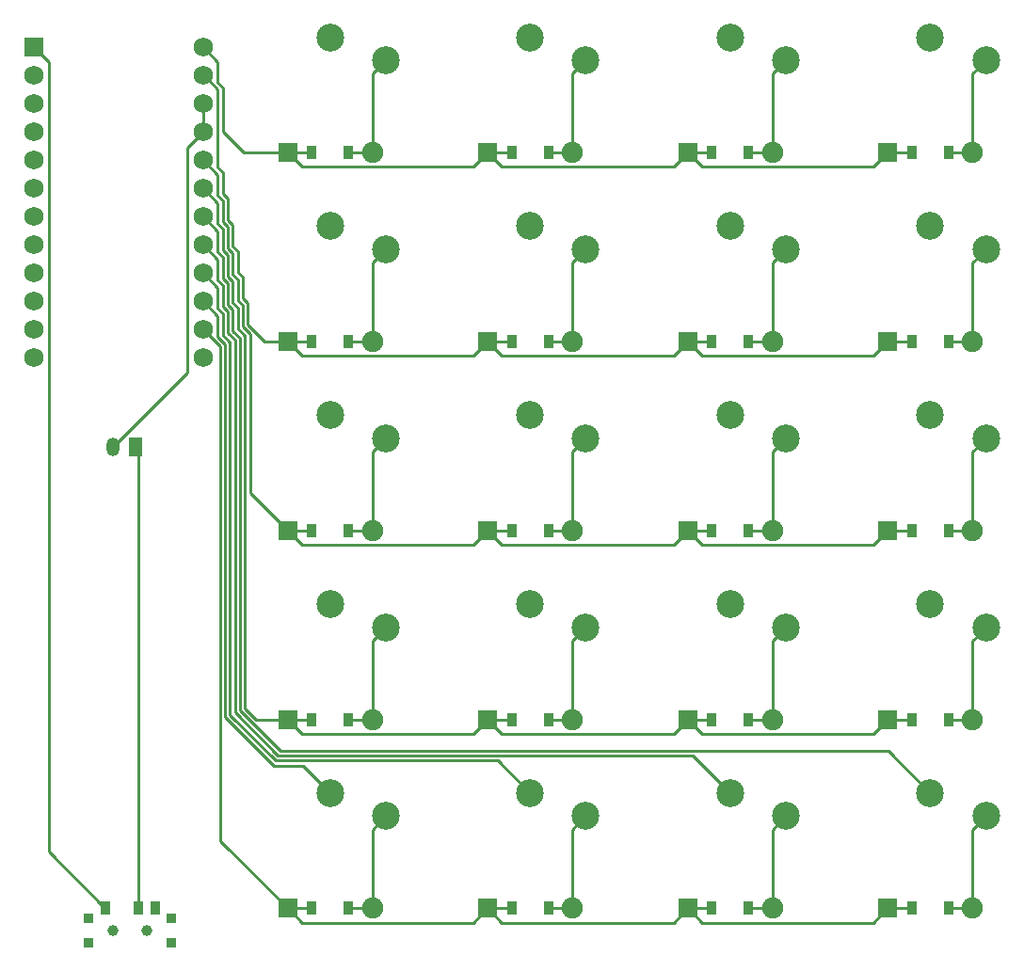
<source format=gbr>
%TF.GenerationSoftware,KiCad,Pcbnew,(6.0.4)*%
%TF.CreationDate,2022-07-18T01:28:08-04:00*%
%TF.ProjectId,lisa,6c697361-2e6b-4696-9361-645f70636258,v1.0.0*%
%TF.SameCoordinates,Original*%
%TF.FileFunction,Copper,L1,Top*%
%TF.FilePolarity,Positive*%
%FSLAX46Y46*%
G04 Gerber Fmt 4.6, Leading zero omitted, Abs format (unit mm)*
G04 Created by KiCad (PCBNEW (6.0.4)) date 2022-07-18 01:28:08*
%MOMM*%
%LPD*%
G01*
G04 APERTURE LIST*
%TA.AperFunction,ComponentPad*%
%ADD10C,2.500000*%
%TD*%
%TA.AperFunction,SMDPad,CuDef*%
%ADD11R,0.900000X1.200000*%
%TD*%
%TA.AperFunction,ComponentPad*%
%ADD12C,1.905000*%
%TD*%
%TA.AperFunction,ComponentPad*%
%ADD13R,1.778000X1.778000*%
%TD*%
%TA.AperFunction,ComponentPad*%
%ADD14R,1.752600X1.752600*%
%TD*%
%TA.AperFunction,ComponentPad*%
%ADD15C,1.752600*%
%TD*%
%TA.AperFunction,WasherPad*%
%ADD16C,1.000000*%
%TD*%
%TA.AperFunction,SMDPad,CuDef*%
%ADD17R,0.900000X1.250000*%
%TD*%
%TA.AperFunction,SMDPad,CuDef*%
%ADD18R,0.900000X0.900000*%
%TD*%
%TA.AperFunction,ComponentPad*%
%ADD19R,1.200000X1.700000*%
%TD*%
%TA.AperFunction,ComponentPad*%
%ADD20O,1.200000X1.700000*%
%TD*%
%TA.AperFunction,Conductor*%
%ADD21C,0.250000*%
%TD*%
G04 APERTURE END LIST*
D10*
%TO.P,S1,1*%
%TO.N,one_first*%
X5000000Y3800000D03*
%TO.P,S1,2*%
%TO.N,E6*%
X0Y5900000D03*
%TD*%
D11*
%TO.P,D1,1*%
%TO.N,B4*%
X-1650000Y-4500000D03*
%TO.P,D1,2*%
%TO.N,one_first*%
X1650000Y-4500000D03*
D12*
%TO.P,D1,1*%
X3810000Y-4500000D03*
D13*
%TO.P,D1,2*%
%TO.N,B4*%
X-3810000Y-4500000D03*
%TD*%
D10*
%TO.P,S2,1*%
%TO.N,one_second*%
X5000000Y20800000D03*
%TO.P,S2,2*%
%TO.N,E6*%
X0Y22900000D03*
%TD*%
D11*
%TO.P,D2,1*%
%TO.N,D0*%
X-1650000Y12500000D03*
%TO.P,D2,2*%
%TO.N,one_second*%
X1650000Y12500000D03*
D12*
%TO.P,D2,1*%
X3810000Y12500000D03*
D13*
%TO.P,D2,2*%
%TO.N,D0*%
X-3810000Y12500000D03*
%TD*%
D10*
%TO.P,S3,1*%
%TO.N,one_third*%
X5000000Y37800000D03*
%TO.P,S3,2*%
%TO.N,E6*%
X0Y39900000D03*
%TD*%
D11*
%TO.P,D3,1*%
%TO.N,D1*%
X-1650000Y29500000D03*
%TO.P,D3,2*%
%TO.N,one_third*%
X1650000Y29500000D03*
D12*
%TO.P,D3,1*%
X3810000Y29500000D03*
D13*
%TO.P,D3,2*%
%TO.N,D1*%
X-3810000Y29500000D03*
%TD*%
D10*
%TO.P,S4,1*%
%TO.N,one_fourth*%
X5000000Y54800000D03*
%TO.P,S4,2*%
%TO.N,E6*%
X0Y56900000D03*
%TD*%
D11*
%TO.P,D4,1*%
%TO.N,D2*%
X-1650000Y46500000D03*
%TO.P,D4,2*%
%TO.N,one_fourth*%
X1650000Y46500000D03*
D12*
%TO.P,D4,1*%
X3810000Y46500000D03*
D13*
%TO.P,D4,2*%
%TO.N,D2*%
X-3810000Y46500000D03*
%TD*%
D10*
%TO.P,S5,1*%
%TO.N,one_fifth*%
X5000000Y71800000D03*
%TO.P,S5,2*%
%TO.N,E6*%
X0Y73900000D03*
%TD*%
D11*
%TO.P,D5,1*%
%TO.N,D3*%
X-1650000Y63500000D03*
%TO.P,D5,2*%
%TO.N,one_fifth*%
X1650000Y63500000D03*
D12*
%TO.P,D5,1*%
X3810000Y63500000D03*
D13*
%TO.P,D5,2*%
%TO.N,D3*%
X-3810000Y63500000D03*
%TD*%
D10*
%TO.P,S6,1*%
%TO.N,two_first*%
X23000000Y3800000D03*
%TO.P,S6,2*%
%TO.N,D7*%
X18000000Y5900000D03*
%TD*%
D11*
%TO.P,D6,1*%
%TO.N,B4*%
X16350000Y-4500000D03*
%TO.P,D6,2*%
%TO.N,two_first*%
X19650000Y-4500000D03*
D12*
%TO.P,D6,1*%
X21810000Y-4500000D03*
D13*
%TO.P,D6,2*%
%TO.N,B4*%
X14190000Y-4500000D03*
%TD*%
D10*
%TO.P,S7,1*%
%TO.N,two_second*%
X23000000Y20800000D03*
%TO.P,S7,2*%
%TO.N,D7*%
X18000000Y22900000D03*
%TD*%
D11*
%TO.P,D7,1*%
%TO.N,D0*%
X16350000Y12500000D03*
%TO.P,D7,2*%
%TO.N,two_second*%
X19650000Y12500000D03*
D12*
%TO.P,D7,1*%
X21810000Y12500000D03*
D13*
%TO.P,D7,2*%
%TO.N,D0*%
X14190000Y12500000D03*
%TD*%
D10*
%TO.P,S8,1*%
%TO.N,two_third*%
X23000000Y37800000D03*
%TO.P,S8,2*%
%TO.N,D7*%
X18000000Y39900000D03*
%TD*%
D11*
%TO.P,D8,1*%
%TO.N,D1*%
X16350000Y29500000D03*
%TO.P,D8,2*%
%TO.N,two_third*%
X19650000Y29500000D03*
D12*
%TO.P,D8,1*%
X21810000Y29500000D03*
D13*
%TO.P,D8,2*%
%TO.N,D1*%
X14190000Y29500000D03*
%TD*%
D10*
%TO.P,S9,1*%
%TO.N,two_fourth*%
X23000000Y54800000D03*
%TO.P,S9,2*%
%TO.N,D7*%
X18000000Y56900000D03*
%TD*%
D11*
%TO.P,D9,1*%
%TO.N,D2*%
X16350000Y46500000D03*
%TO.P,D9,2*%
%TO.N,two_fourth*%
X19650000Y46500000D03*
D12*
%TO.P,D9,1*%
X21810000Y46500000D03*
D13*
%TO.P,D9,2*%
%TO.N,D2*%
X14190000Y46500000D03*
%TD*%
D10*
%TO.P,S10,1*%
%TO.N,two_fifth*%
X23000000Y71800000D03*
%TO.P,S10,2*%
%TO.N,D7*%
X18000000Y73900000D03*
%TD*%
D11*
%TO.P,D10,1*%
%TO.N,D3*%
X16350000Y63500000D03*
%TO.P,D10,2*%
%TO.N,two_fifth*%
X19650000Y63500000D03*
D12*
%TO.P,D10,1*%
X21810000Y63500000D03*
D13*
%TO.P,D10,2*%
%TO.N,D3*%
X14190000Y63500000D03*
%TD*%
D10*
%TO.P,S11,1*%
%TO.N,three_first*%
X41000000Y3800000D03*
%TO.P,S11,2*%
%TO.N,C6*%
X36000000Y5900000D03*
%TD*%
D11*
%TO.P,D11,1*%
%TO.N,B4*%
X34350000Y-4500000D03*
%TO.P,D11,2*%
%TO.N,three_first*%
X37650000Y-4500000D03*
D12*
%TO.P,D11,1*%
X39810000Y-4500000D03*
D13*
%TO.P,D11,2*%
%TO.N,B4*%
X32190000Y-4500000D03*
%TD*%
D10*
%TO.P,S12,1*%
%TO.N,three_second*%
X41000000Y20800000D03*
%TO.P,S12,2*%
%TO.N,C6*%
X36000000Y22900000D03*
%TD*%
D11*
%TO.P,D12,1*%
%TO.N,D0*%
X34350000Y12500000D03*
%TO.P,D12,2*%
%TO.N,three_second*%
X37650000Y12500000D03*
D12*
%TO.P,D12,1*%
X39810000Y12500000D03*
D13*
%TO.P,D12,2*%
%TO.N,D0*%
X32190000Y12500000D03*
%TD*%
D10*
%TO.P,S13,1*%
%TO.N,three_third*%
X41000000Y37800000D03*
%TO.P,S13,2*%
%TO.N,C6*%
X36000000Y39900000D03*
%TD*%
D11*
%TO.P,D13,1*%
%TO.N,D1*%
X34350000Y29500000D03*
%TO.P,D13,2*%
%TO.N,three_third*%
X37650000Y29500000D03*
D12*
%TO.P,D13,1*%
X39810000Y29500000D03*
D13*
%TO.P,D13,2*%
%TO.N,D1*%
X32190000Y29500000D03*
%TD*%
D10*
%TO.P,S14,1*%
%TO.N,three_fourth*%
X41000000Y54800000D03*
%TO.P,S14,2*%
%TO.N,C6*%
X36000000Y56900000D03*
%TD*%
D11*
%TO.P,D14,1*%
%TO.N,D2*%
X34350000Y46500000D03*
%TO.P,D14,2*%
%TO.N,three_fourth*%
X37650000Y46500000D03*
D12*
%TO.P,D14,1*%
X39810000Y46500000D03*
D13*
%TO.P,D14,2*%
%TO.N,D2*%
X32190000Y46500000D03*
%TD*%
D10*
%TO.P,S15,1*%
%TO.N,three_fifth*%
X41000000Y71800000D03*
%TO.P,S15,2*%
%TO.N,C6*%
X36000000Y73900000D03*
%TD*%
D11*
%TO.P,D15,1*%
%TO.N,D3*%
X34350000Y63500000D03*
%TO.P,D15,2*%
%TO.N,three_fifth*%
X37650000Y63500000D03*
D12*
%TO.P,D15,1*%
X39810000Y63500000D03*
D13*
%TO.P,D15,2*%
%TO.N,D3*%
X32190000Y63500000D03*
%TD*%
D10*
%TO.P,S16,1*%
%TO.N,four_first*%
X59000000Y3800000D03*
%TO.P,S16,2*%
%TO.N,D4*%
X54000000Y5900000D03*
%TD*%
D11*
%TO.P,D16,1*%
%TO.N,B4*%
X52350000Y-4500000D03*
%TO.P,D16,2*%
%TO.N,four_first*%
X55650000Y-4500000D03*
D12*
%TO.P,D16,1*%
X57810000Y-4500000D03*
D13*
%TO.P,D16,2*%
%TO.N,B4*%
X50190000Y-4500000D03*
%TD*%
D10*
%TO.P,S17,1*%
%TO.N,four_second*%
X59000000Y20800000D03*
%TO.P,S17,2*%
%TO.N,D4*%
X54000000Y22900000D03*
%TD*%
D11*
%TO.P,D17,1*%
%TO.N,D0*%
X52350000Y12500000D03*
%TO.P,D17,2*%
%TO.N,four_second*%
X55650000Y12500000D03*
D12*
%TO.P,D17,1*%
X57810000Y12500000D03*
D13*
%TO.P,D17,2*%
%TO.N,D0*%
X50190000Y12500000D03*
%TD*%
D10*
%TO.P,S18,1*%
%TO.N,four_third*%
X59000000Y37800000D03*
%TO.P,S18,2*%
%TO.N,D4*%
X54000000Y39900000D03*
%TD*%
D11*
%TO.P,D18,1*%
%TO.N,D1*%
X52350000Y29500000D03*
%TO.P,D18,2*%
%TO.N,four_third*%
X55650000Y29500000D03*
D12*
%TO.P,D18,1*%
X57810000Y29500000D03*
D13*
%TO.P,D18,2*%
%TO.N,D1*%
X50190000Y29500000D03*
%TD*%
D10*
%TO.P,S19,1*%
%TO.N,four_fourth*%
X59000000Y54800000D03*
%TO.P,S19,2*%
%TO.N,D4*%
X54000000Y56900000D03*
%TD*%
D11*
%TO.P,D19,1*%
%TO.N,D2*%
X52350000Y46500000D03*
%TO.P,D19,2*%
%TO.N,four_fourth*%
X55650000Y46500000D03*
D12*
%TO.P,D19,1*%
X57810000Y46500000D03*
D13*
%TO.P,D19,2*%
%TO.N,D2*%
X50190000Y46500000D03*
%TD*%
D10*
%TO.P,S20,1*%
%TO.N,four_fifth*%
X59000000Y71800000D03*
%TO.P,S20,2*%
%TO.N,D4*%
X54000000Y73900000D03*
%TD*%
D11*
%TO.P,D20,1*%
%TO.N,D3*%
X52350000Y63500000D03*
%TO.P,D20,2*%
%TO.N,four_fifth*%
X55650000Y63500000D03*
D12*
%TO.P,D20,1*%
X57810000Y63500000D03*
D13*
%TO.P,D20,2*%
%TO.N,D3*%
X50190000Y63500000D03*
%TD*%
D14*
%TO.P,MCU1,1*%
%TO.N,RAW*%
X-26620000Y72970000D03*
D15*
%TO.P,MCU1,2*%
%TO.N,GND*%
X-26620000Y70430000D03*
%TO.P,MCU1,3*%
%TO.N,RST*%
X-26620000Y67890000D03*
%TO.P,MCU1,4*%
%TO.N,VCC*%
X-26620000Y65350000D03*
%TO.P,MCU1,5*%
%TO.N,F4*%
X-26620000Y62810000D03*
%TO.P,MCU1,6*%
%TO.N,F5*%
X-26620000Y60270000D03*
%TO.P,MCU1,7*%
%TO.N,F6*%
X-26620000Y57730000D03*
%TO.P,MCU1,8*%
%TO.N,F7*%
X-26620000Y55190000D03*
%TO.P,MCU1,9*%
%TO.N,B1*%
X-26620000Y52650000D03*
%TO.P,MCU1,10*%
%TO.N,B3*%
X-26620000Y50110000D03*
%TO.P,MCU1,11*%
%TO.N,B2*%
X-26620000Y47570000D03*
%TO.P,MCU1,12*%
%TO.N,B6*%
X-26620000Y45030000D03*
%TO.P,MCU1,13*%
%TO.N,D3*%
X-11380000Y72970000D03*
%TO.P,MCU1,14*%
%TO.N,D2*%
X-11380000Y70430000D03*
%TO.P,MCU1,15*%
%TO.N,GND*%
X-11380000Y67890000D03*
%TO.P,MCU1,16*%
X-11380000Y65350000D03*
%TO.P,MCU1,17*%
%TO.N,D1*%
X-11380000Y62810000D03*
%TO.P,MCU1,18*%
%TO.N,D0*%
X-11380000Y60270000D03*
%TO.P,MCU1,19*%
%TO.N,D4*%
X-11380000Y57730000D03*
%TO.P,MCU1,20*%
%TO.N,C6*%
X-11380000Y55190000D03*
%TO.P,MCU1,21*%
%TO.N,D7*%
X-11380000Y52650000D03*
%TO.P,MCU1,22*%
%TO.N,E6*%
X-11380000Y50110000D03*
%TO.P,MCU1,23*%
%TO.N,B4*%
X-11380000Y47570000D03*
%TO.P,MCU1,24*%
%TO.N,B5*%
X-11380000Y45030000D03*
%TD*%
D16*
%TO.P,T1,*%
%TO.N,*%
X-19500000Y-6500000D03*
X-16500000Y-6500000D03*
D17*
%TO.P,T1,1*%
%TO.N,RAW*%
X-20250000Y-4425000D03*
%TO.P,T1,2*%
%TO.N,BAT*%
X-17250000Y-4425000D03*
%TO.P,T1,3*%
%TO.N,N/C*%
X-15750000Y-4425000D03*
D18*
%TO.P,T1,*%
%TO.N,*%
X-21700000Y-7600000D03*
X-21700000Y-5400000D03*
X-14300000Y-5400000D03*
X-14300000Y-7600000D03*
%TD*%
D19*
%TO.P,JST1,1*%
%TO.N,BAT*%
X-17500000Y37000000D03*
D20*
%TO.P,JST1,2*%
%TO.N,GND*%
X-19500000Y37000000D03*
%TD*%
D21*
%TO.N,GND*%
X-11380000Y65350000D02*
X-11380000Y67890000D01*
%TO.N,three_first*%
X39810000Y-4500000D02*
X37650000Y-4500000D01*
%TO.N,RAW*%
X-25300000Y71650000D02*
X-26620000Y72970000D01*
X-20275000Y-4425000D02*
X-25300000Y600000D01*
X-25300000Y600000D02*
X-25300000Y71650000D01*
X-20250000Y-4425000D02*
X-20275000Y-4425000D01*
%TO.N,GND*%
X-12800000Y63930000D02*
X-11380000Y65350000D01*
X-12800000Y43700000D02*
X-12800000Y63930000D01*
X-19500000Y37000000D02*
X-12800000Y43700000D01*
%TO.N,BAT*%
X-17250000Y36750000D02*
X-17500000Y37000000D01*
X-17250000Y-4425000D02*
X-17250000Y36750000D01*
%TO.N,one_second*%
X3810000Y19610000D02*
X3810000Y12500000D01*
X5000000Y20800000D02*
X3810000Y19610000D01*
%TO.N,one_first*%
X3810000Y2610000D02*
X3810000Y-4500000D01*
X5000000Y3800000D02*
X3810000Y2610000D01*
%TO.N,two_first*%
X21810000Y2610000D02*
X21810000Y-4500000D01*
X23000000Y3800000D02*
X21810000Y2610000D01*
%TO.N,two_second*%
X21810000Y19610000D02*
X21810000Y12500000D01*
X23000000Y20800000D02*
X21810000Y19610000D01*
%TO.N,three_second*%
X39810000Y19610000D02*
X39810000Y12500000D01*
X41000000Y20800000D02*
X39810000Y19610000D01*
%TO.N,three_first*%
X39810000Y2610000D02*
X39810000Y-4500000D01*
X41000000Y3800000D02*
X39810000Y2610000D01*
%TO.N,four_first*%
X59000000Y3800000D02*
X57810000Y2610000D01*
X57810000Y2610000D02*
X57810000Y-4500000D01*
%TO.N,four_second*%
X57810000Y19610000D02*
X57810000Y12500000D01*
X59000000Y20800000D02*
X57810000Y19610000D01*
%TO.N,four_third*%
X57810000Y36610000D02*
X57810000Y29500000D01*
X59000000Y37800000D02*
X57810000Y36610000D01*
%TO.N,three_third*%
X39810000Y36610000D02*
X39810000Y29500000D01*
X41000000Y37800000D02*
X39810000Y36610000D01*
%TO.N,two_third*%
X21810000Y36610000D02*
X21810000Y29500000D01*
X23000000Y37800000D02*
X21810000Y36610000D01*
%TO.N,one_third*%
X3810000Y36610000D02*
X3810000Y29500000D01*
X5000000Y37800000D02*
X3810000Y36610000D01*
%TO.N,one_fourth*%
X3810000Y53610000D02*
X3810000Y46500000D01*
X5000000Y54800000D02*
X3810000Y53610000D01*
%TO.N,two_fourth*%
X21810000Y53610000D02*
X21810000Y46500000D01*
X23000000Y54800000D02*
X21810000Y53610000D01*
%TO.N,three_fourth*%
X39810000Y53610000D02*
X39810000Y46500000D01*
X41000000Y54800000D02*
X39810000Y53610000D01*
%TO.N,four_fourth*%
X57810000Y53610000D02*
X57810000Y46500000D01*
X59000000Y54800000D02*
X57810000Y53610000D01*
%TO.N,four_fifth*%
X59000000Y71800000D02*
X57810000Y70610000D01*
X57810000Y70610000D02*
X57810000Y63500000D01*
%TO.N,three_fifth*%
X39810000Y70610000D02*
X39810000Y63500000D01*
X41000000Y71800000D02*
X39810000Y70610000D01*
%TO.N,two_fifth*%
X21810000Y70610000D02*
X21810000Y63500000D01*
X23000000Y71800000D02*
X21810000Y70610000D01*
%TO.N,one_fifth*%
X3810000Y70610000D02*
X3810000Y63500000D01*
X5000000Y71800000D02*
X3810000Y70610000D01*
%TO.N,D3*%
X48912989Y62222989D02*
X50190000Y63500000D01*
X33467011Y62222989D02*
X48912989Y62222989D01*
X32190000Y63500000D02*
X33467011Y62222989D01*
X30912989Y62222989D02*
X32190000Y63500000D01*
X15467011Y62222989D02*
X30912989Y62222989D01*
X14190000Y63500000D02*
X15467011Y62222989D01*
X12912989Y62222989D02*
X14190000Y63500000D01*
X-3810000Y63500000D02*
X-2532989Y62222989D01*
X-2532989Y62222989D02*
X12912989Y62222989D01*
%TO.N,D2*%
X48912989Y45222989D02*
X50190000Y46500000D01*
X33467011Y45222989D02*
X48912989Y45222989D01*
X32190000Y46500000D02*
X33467011Y45222989D01*
X15467011Y45222989D02*
X30912989Y45222989D01*
X30912989Y45222989D02*
X32190000Y46500000D01*
X14190000Y46500000D02*
X15467011Y45222989D01*
X12912989Y45222989D02*
X14190000Y46500000D01*
X-2532989Y45222989D02*
X12912989Y45222989D01*
X-3810000Y46500000D02*
X-2532989Y45222989D01*
%TO.N,D1*%
X48912989Y28222989D02*
X50190000Y29500000D01*
X33467011Y28222989D02*
X48912989Y28222989D01*
X32190000Y29500000D02*
X33467011Y28222989D01*
X15467011Y28222989D02*
X30912989Y28222989D01*
X30912989Y28222989D02*
X32190000Y29500000D01*
X14190000Y29500000D02*
X15467011Y28222989D01*
X-2532989Y28222989D02*
X12912989Y28222989D01*
X12912989Y28222989D02*
X14190000Y29500000D01*
X-3810000Y29500000D02*
X-2532989Y28222989D01*
%TO.N,D0*%
X33467011Y11222989D02*
X48912989Y11222989D01*
X48912989Y11222989D02*
X50190000Y12500000D01*
X32190000Y12500000D02*
X33467011Y11222989D01*
X30912989Y11222989D02*
X32190000Y12500000D01*
X15467011Y11222989D02*
X30912989Y11222989D01*
X14190000Y12500000D02*
X15467011Y11222989D01*
X12912989Y11222989D02*
X14190000Y12500000D01*
X-2532989Y11222989D02*
X12912989Y11222989D01*
X-3810000Y12500000D02*
X-2532989Y11222989D01*
%TO.N,B4*%
X48912989Y-5777011D02*
X50190000Y-4500000D01*
X33467011Y-5777011D02*
X48912989Y-5777011D01*
X32190000Y-4500000D02*
X33467011Y-5777011D01*
X30912989Y-5777011D02*
X32190000Y-4500000D01*
X15467011Y-5777011D02*
X30912989Y-5777011D01*
X14190000Y-4500000D02*
X15467011Y-5777011D01*
X12912989Y-5777011D02*
X14190000Y-4500000D01*
X-2532989Y-5777011D02*
X12912989Y-5777011D01*
X-3810000Y-4500000D02*
X-2532989Y-5777011D01*
%TO.N,four_first*%
X55650000Y-4500000D02*
X57810000Y-4500000D01*
%TO.N,B4*%
X50190000Y-4500000D02*
X52350000Y-4500000D01*
X32190000Y-4500000D02*
X34350000Y-4500000D01*
%TO.N,two_first*%
X19650000Y-4500000D02*
X21810000Y-4500000D01*
%TO.N,B4*%
X14190000Y-4500000D02*
X16350000Y-4500000D01*
%TO.N,one_first*%
X1650000Y-4500000D02*
X3810000Y-4500000D01*
%TO.N,B4*%
X-3810000Y-4500000D02*
X-1650000Y-4500000D01*
%TO.N,four_second*%
X55650000Y12500000D02*
X57810000Y12500000D01*
%TO.N,D0*%
X50190000Y12500000D02*
X52350000Y12500000D01*
%TO.N,three_second*%
X37650000Y12500000D02*
X39810000Y12500000D01*
%TO.N,D0*%
X32190000Y12500000D02*
X34350000Y12500000D01*
%TO.N,two_second*%
X19650000Y12500000D02*
X21810000Y12500000D01*
%TO.N,D0*%
X14190000Y12500000D02*
X16350000Y12500000D01*
%TO.N,one_second*%
X1650000Y12500000D02*
X3810000Y12500000D01*
%TO.N,D0*%
X-3810000Y12500000D02*
X-1650000Y12500000D01*
%TO.N,D1*%
X-1650000Y29500000D02*
X-3810000Y29500000D01*
%TO.N,one_third*%
X3810000Y29500000D02*
X1650000Y29500000D01*
%TO.N,D1*%
X16350000Y29500000D02*
X14190000Y29500000D01*
%TO.N,two_third*%
X21800000Y29500000D02*
X19650000Y29500000D01*
X21810000Y29510000D02*
X21800000Y29500000D01*
X21810000Y29500000D02*
X21810000Y29510000D01*
%TO.N,D1*%
X34350000Y29500000D02*
X32190000Y29500000D01*
%TO.N,three_third*%
X39810000Y29500000D02*
X37650000Y29500000D01*
%TO.N,D1*%
X52350000Y29500000D02*
X50190000Y29500000D01*
%TO.N,four_third*%
X57810000Y29500000D02*
X55650000Y29500000D01*
%TO.N,four_fourth*%
X55650000Y46500000D02*
X57810000Y46500000D01*
%TO.N,D2*%
X50190000Y46500000D02*
X52350000Y46500000D01*
%TO.N,three_fourth*%
X37650000Y46500000D02*
X39810000Y46500000D01*
%TO.N,D2*%
X32190000Y46500000D02*
X34350000Y46500000D01*
%TO.N,two_fourth*%
X19650000Y46500000D02*
X21810000Y46500000D01*
%TO.N,D2*%
X14190000Y46500000D02*
X16350000Y46500000D01*
%TO.N,one_fourth*%
X1650000Y46500000D02*
X3810000Y46500000D01*
%TO.N,D2*%
X-3810000Y46500000D02*
X-1650000Y46500000D01*
%TO.N,four_fifth*%
X55650000Y63500000D02*
X57810000Y63500000D01*
%TO.N,D3*%
X50190000Y63500000D02*
X52350000Y63500000D01*
%TO.N,three_fifth*%
X37650000Y63500000D02*
X39810000Y63500000D01*
%TO.N,D3*%
X32190000Y63500000D02*
X34350000Y63500000D01*
%TO.N,two_fifth*%
X19650000Y63500000D02*
X21810000Y63500000D01*
%TO.N,D3*%
X14190000Y63500000D02*
X16350000Y63500000D01*
%TO.N,one_fifth*%
X1650000Y63500000D02*
X3810000Y63500000D01*
%TO.N,D3*%
X-3810000Y63500000D02*
X-1650000Y63500000D01*
%TO.N,B4*%
X-9899040Y1589040D02*
X-9899040Y46089040D01*
X-3810000Y-4500000D02*
X-9899040Y1589040D01*
X-9899040Y46089040D02*
X-11380000Y47570000D01*
%TO.N,E6*%
X-10100000Y48830000D02*
X-11380000Y50110000D01*
X-9449520Y46275238D02*
X-10100000Y46925718D01*
X-10100000Y46925718D02*
X-10100000Y48830000D01*
X-9449520Y12742367D02*
X-9449520Y46275238D01*
X-5058593Y8351440D02*
X-9449520Y12742367D01*
X-2451440Y8351440D02*
X-5058593Y8351440D01*
X0Y5900000D02*
X-2451440Y8351440D01*
%TO.N,D0*%
X-10100000Y58990000D02*
X-11380000Y60270000D01*
X-10100000Y57085718D02*
X-10100000Y58990000D01*
X-9650480Y56636198D02*
X-10100000Y57085718D01*
X-9650480Y54731916D02*
X-9650480Y56636198D01*
X-9200960Y54282396D02*
X-9650480Y54731916D01*
X-9200960Y52378114D02*
X-9200960Y54282396D01*
X-8301920Y49574792D02*
X-8751440Y50024312D01*
X-8301920Y47670510D02*
X-8301920Y49574792D01*
X-8751440Y50024312D02*
X-8751440Y51928594D01*
X-7651440Y47020030D02*
X-8301920Y47670510D01*
X-7651440Y13487158D02*
X-7651440Y47020030D01*
X-8751440Y51928594D02*
X-9200960Y52378114D01*
X-3810000Y12500000D02*
X-6664282Y12500000D01*
X-6664282Y12500000D02*
X-7651440Y13487158D01*
%TO.N,D3*%
X-9650480Y69386198D02*
X-10100000Y69835718D01*
X-10100000Y69835718D02*
X-10100000Y71690000D01*
X-9650480Y65350480D02*
X-9650480Y69386198D01*
X-7800000Y63500000D02*
X-9650480Y65350480D01*
X-10100000Y71690000D02*
X-11380000Y72970000D01*
X-3810000Y63500000D02*
X-7800000Y63500000D01*
%TO.N,D2*%
X-11330000Y70430000D02*
X-11380000Y70430000D01*
X-10100000Y69200000D02*
X-11330000Y70430000D01*
X-10100000Y62165718D02*
X-10100000Y69200000D01*
X-9650480Y61716198D02*
X-10100000Y62165718D01*
X-9650480Y59811916D02*
X-9650480Y61716198D01*
X-9200960Y59362396D02*
X-9650480Y59811916D01*
X-9200960Y57458114D02*
X-9200960Y59362396D01*
X-8751440Y57008594D02*
X-9200960Y57458114D01*
X-8751440Y55104312D02*
X-8751440Y57008594D01*
X-8301920Y54654792D02*
X-8751440Y55104312D01*
X-7402881Y49947188D02*
X-7852400Y50396707D01*
X-7402880Y48042906D02*
X-7402881Y49947188D01*
X-5859974Y46500000D02*
X-7402880Y48042906D01*
X-7852400Y50396707D02*
X-7852400Y52300990D01*
X-7852400Y52300990D02*
X-8301920Y52750510D01*
X-3810000Y46500000D02*
X-5859974Y46500000D01*
X-8301920Y52750510D02*
X-8301920Y54654792D01*
%TO.N,D1*%
X-10100000Y61530000D02*
X-11380000Y62810000D01*
X-10100000Y59625718D02*
X-10100000Y61530000D01*
X-9650480Y59176198D02*
X-10100000Y59625718D01*
X-9650480Y57271916D02*
X-9650480Y59176198D01*
X-9200960Y56822396D02*
X-9650480Y57271916D01*
X-9200960Y54918114D02*
X-9200960Y56822396D01*
X-8751440Y54468594D02*
X-9200960Y54918114D01*
X-8751440Y52564312D02*
X-8751440Y54468594D01*
X-8301920Y50210509D02*
X-8301920Y52114792D01*
X-8301920Y52114792D02*
X-8751440Y52564312D01*
X-7852400Y47856708D02*
X-7852400Y49760990D01*
X-7201920Y47206228D02*
X-7852400Y47856708D01*
X-7201920Y32891920D02*
X-7201920Y47206228D01*
X-7852400Y49760990D02*
X-8301920Y50210509D01*
X-3810000Y29500000D02*
X-7201920Y32891920D01*
%TO.N,D4*%
X-10100000Y56450000D02*
X-11380000Y57730000D01*
X-10100000Y54545718D02*
X-10100000Y56450000D01*
X-9650480Y54096198D02*
X-10100000Y54545718D01*
X-9650480Y52191916D02*
X-9650480Y54096198D01*
X-9200960Y51742396D02*
X-9650480Y52191916D01*
X-9200960Y49838114D02*
X-9200960Y51742396D01*
X-8751440Y47484312D02*
X-8751440Y49388594D01*
X-8100960Y13300960D02*
X-8100960Y46833832D01*
X-4500000Y9700000D02*
X-8100960Y13300960D01*
X50200000Y9700000D02*
X-4500000Y9700000D01*
X54000000Y5900000D02*
X50200000Y9700000D01*
X-8100960Y46833832D02*
X-8751440Y47484312D01*
X-8751440Y49388594D02*
X-9200960Y49838114D01*
%TO.N,C6*%
X-10100000Y53910000D02*
X-11380000Y55190000D01*
X-10100000Y52005718D02*
X-10100000Y53910000D01*
X-9650480Y51556198D02*
X-10100000Y52005718D01*
X-9200960Y49202396D02*
X-9650480Y49651916D01*
X-8550480Y13114762D02*
X-8550480Y46647634D01*
X-4686198Y9250480D02*
X-8550480Y13114762D01*
X-9200960Y47298114D02*
X-9200960Y49202396D01*
X32649520Y9250480D02*
X-4686198Y9250480D01*
X36000000Y5900000D02*
X32649520Y9250480D01*
X-8550480Y46647634D02*
X-9200960Y47298114D01*
X-9650480Y49651916D02*
X-9650480Y51556198D01*
%TO.N,D7*%
X-10100000Y51370000D02*
X-11380000Y52650000D01*
X-9650480Y47111916D02*
X-9650480Y49016198D01*
X-9000000Y46461436D02*
X-9650480Y47111916D01*
X-9650480Y49016198D02*
X-10100000Y49465718D01*
X-9000000Y12928564D02*
X-9000000Y46461436D01*
X-4872396Y8800960D02*
X-9000000Y12928564D01*
X-10100000Y49465718D02*
X-10100000Y51370000D01*
X15099040Y8800960D02*
X-4872396Y8800960D01*
X18000000Y5900000D02*
X15099040Y8800960D01*
%TD*%
M02*

</source>
